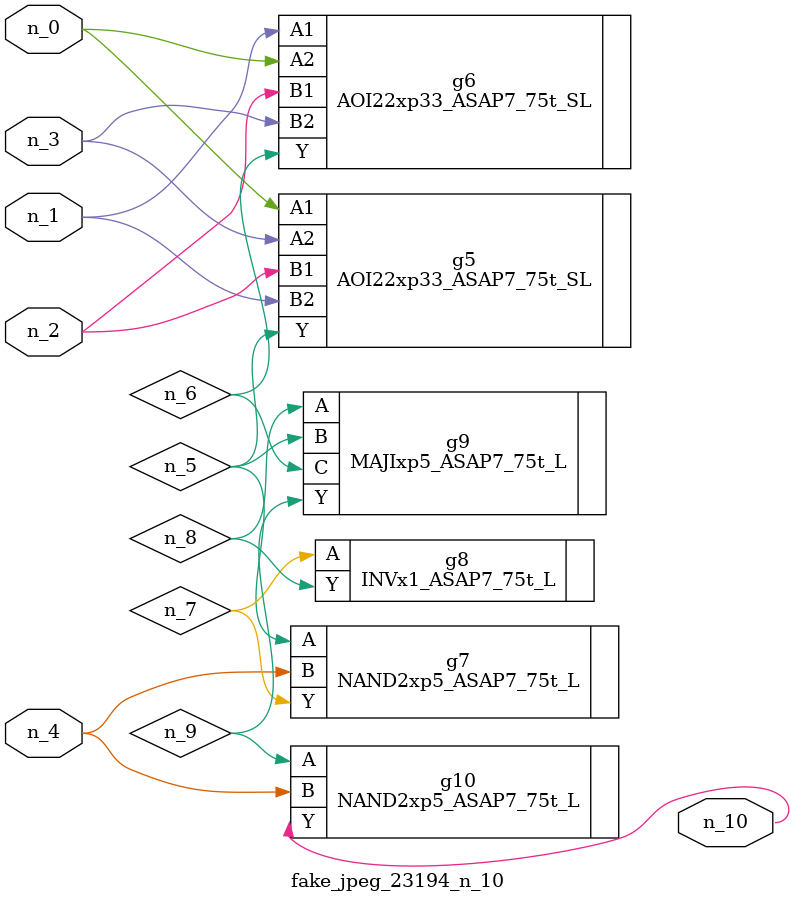
<source format=v>
module fake_jpeg_23194_n_10 (n_3, n_2, n_1, n_0, n_4, n_10);

input n_3;
input n_2;
input n_1;
input n_0;
input n_4;

output n_10;

wire n_8;
wire n_9;
wire n_6;
wire n_5;
wire n_7;

AOI22xp33_ASAP7_75t_SL g5 ( 
.A1(n_0),
.A2(n_3),
.B1(n_2),
.B2(n_1),
.Y(n_5)
);

AOI22xp33_ASAP7_75t_SL g6 ( 
.A1(n_1),
.A2(n_0),
.B1(n_2),
.B2(n_3),
.Y(n_6)
);

NAND2xp5_ASAP7_75t_L g7 ( 
.A(n_5),
.B(n_4),
.Y(n_7)
);

INVx1_ASAP7_75t_L g8 ( 
.A(n_7),
.Y(n_8)
);

MAJIxp5_ASAP7_75t_L g9 ( 
.A(n_8),
.B(n_5),
.C(n_6),
.Y(n_9)
);

NAND2xp5_ASAP7_75t_L g10 ( 
.A(n_9),
.B(n_4),
.Y(n_10)
);


endmodule
</source>
